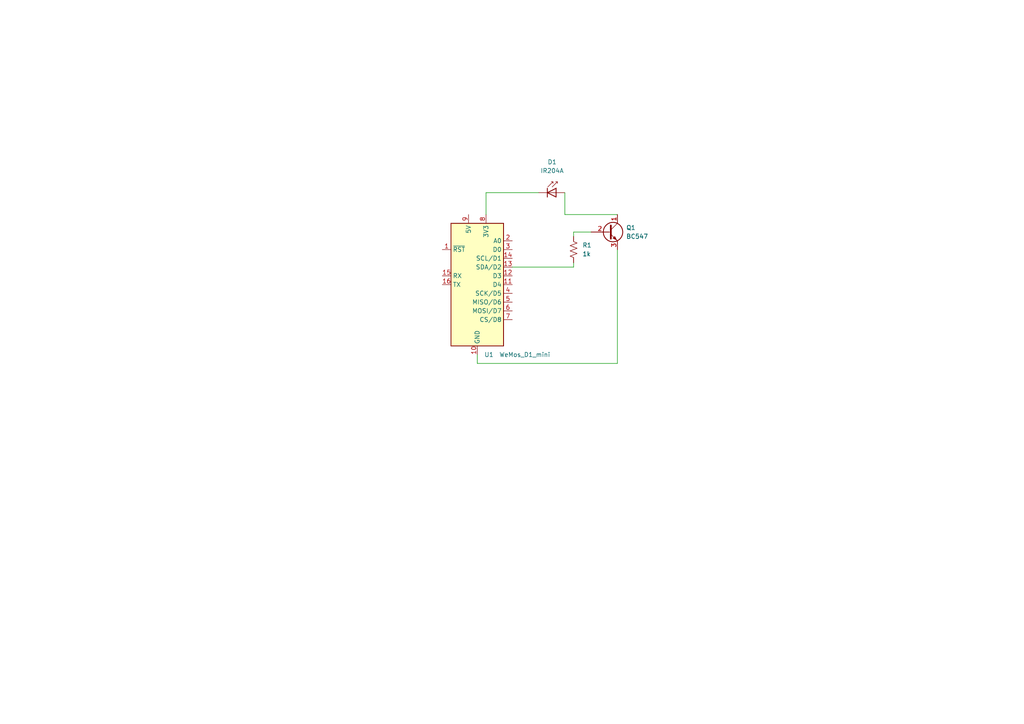
<source format=kicad_sch>
(kicad_sch (version 20211123) (generator eeschema)
  (paper "A4")
  (lib_symbols
    (symbol "Device:R_US" (pin_numbers hide) (pin_names (offset 0))
      (property "Reference" "R" (at 2.54 0 90))
      (property "Value" "R_US" (at -2.54 0 90))
      (symbol "R_US_0_1"
        (polyline (pts (xy 0 -2.286) (xy 0 -2.54)))
        (polyline (pts (xy 0 2.286) (xy 0 2.54)))
        (polyline (pts (xy 0 -0.762) (xy 1.016 -1.143) (xy 0 -1.524) (xy -1.016 -1.905) (xy 0 -2.286)))
        (polyline (pts (xy 0 0.762) (xy 1.016 0.381) (xy 0 0) (xy -1.016 -0.381) (xy 0 -0.762)))
        (polyline (pts (xy 0 2.286) (xy 1.016 1.905) (xy 0 1.524) (xy -1.016 1.143) (xy 0 0.762)))
      )
      (symbol "R_US_1_1"
        (pin passive line (at 0 3.81 270) (length 1.27) (name "~") (number "1"))
        (pin passive line (at 0 -3.81 90) (length 1.27) (name "~") (number "2"))
      )
    )
    (symbol "LED:IR204A" (pin_numbers hide) (pin_names (offset 1.016) hide)
      (property "Reference" "D" (at 0.508 1.778 0))
      (property "Value" "IR204A" (at -1.016 -2.794 0))
      (symbol "IR204A_0_1"
        (polyline (pts (xy -2.54 1.27) (xy -2.54 -1.27)) (stroke (width 0.254)))
        (polyline (pts (xy 0 0) (xy -2.54 0)))
        (polyline (pts (xy 0.381 3.175) (xy -0.127 3.175)))
        (polyline (pts (xy -1.143 1.651) (xy 0.381 3.175) (xy 0.381 2.667)))
        (polyline (pts (xy 0 1.27) (xy -2.54 0) (xy 0 -1.27) (xy 0 1.27)) (stroke (width 0.254)))
        (polyline (pts (xy -2.413 1.651) (xy -0.889 3.175) (xy -0.889 2.667) (xy -0.889 3.175) (xy -1.397 3.175)))
      )
      (symbol "IR204A_1_1"
        (pin passive line (at -5.08 0 0) (length 2.54) (name "K") (number "1"))
        (pin passive line (at 2.54 0 180) (length 2.54) (name "A") (number "2"))
      )
    )
    (symbol "MCU_Module:WeMos_D1_mini"
      (property "Reference" "U" (at 3.81 19.05 0))
      (property "Value" "WeMos_D1_mini" (at 1.27 -19.05 0))
      (symbol "WeMos_D1_mini_1_1"
        (rectangle (start -7.62 17.78) (end 7.62 -17.78) (stroke (width 0.254)) (fill (type background)))
        (pin input line (at -10.16 10.16 0) (length 2.54) (name "~{RST}") (number "1"))
        (pin power_in line (at 0 -20.32 90) (length 2.54) (name "GND") (number "10"))
        (pin bidirectional line (at 10.16 0 180) (length 2.54) (name "D4") (number "11"))
        (pin bidirectional line (at 10.16 2.54 180) (length 2.54) (name "D3") (number "12"))
        (pin bidirectional line (at 10.16 5.08 180) (length 2.54) (name "SDA/D2") (number "13"))
        (pin bidirectional line (at 10.16 7.62 180) (length 2.54) (name "SCL/D1") (number "14"))
        (pin input line (at -10.16 2.54 0) (length 2.54) (name "RX") (number "15"))
        (pin output line (at -10.16 0 0) (length 2.54) (name "TX") (number "16"))
        (pin input line (at 10.16 12.7 180) (length 2.54) (name "A0") (number "2"))
        (pin bidirectional line (at 10.16 10.16 180) (length 2.54) (name "D0") (number "3"))
        (pin bidirectional line (at 10.16 -2.54 180) (length 2.54) (name "SCK/D5") (number "4"))
        (pin bidirectional line (at 10.16 -5.08 180) (length 2.54) (name "MISO/D6") (number "5"))
        (pin bidirectional line (at 10.16 -7.62 180) (length 2.54) (name "MOSI/D7") (number "6"))
        (pin bidirectional line (at 10.16 -10.16 180) (length 2.54) (name "CS/D8") (number "7"))
        (pin power_out line (at 2.54 20.32 270) (length 2.54) (name "3V3") (number "8"))
        (pin power_in line (at -2.54 20.32 270) (length 2.54) (name "5V") (number "9"))
      )
    )
    (symbol "Transistor_BJT:BC547" (pin_names (offset 0) hide)
      (property "Reference" "Q" (at 5.08 1.905 0))
      (property "Value" "BC547" (at 5.08 0 0))
      (symbol "BC547_0_1"
        (polyline (pts (xy 0 0) (xy 0.635 0)))
        (polyline (pts (xy 0.635 0.635) (xy 2.54 2.54)))
        (polyline (pts (xy 0.635 -0.635) (xy 2.54 -2.54) (xy 2.54 -2.54)))
        (polyline (pts (xy 0.635 1.905) (xy 0.635 -1.905) (xy 0.635 -1.905)) (stroke (width 0.508)))
        (polyline (pts (xy 1.27 -1.778) (xy 1.778 -1.27) (xy 2.286 -2.286) (xy 1.27 -1.778) (xy 1.27 -1.778)) (fill (type outline)))
        (circle (center 1.27 0) (radius 2.8194) (stroke (width 0.254)))
      )
      (symbol "BC547_1_1"
        (pin passive line (at 2.54 5.08 270) (length 2.54) (name "C") (number "1"))
        (pin input line (at -5.08 0 0) (length 5.08) (name "B") (number "2"))
        (pin passive line (at 2.54 -5.08 90) (length 2.54) (name "E") (number "3"))
      )
    )
  )
  (wire (pts (xy 138.43 102.87) (xy 138.43 105.41)))
  (wire (pts (xy 166.37 77.47) (xy 148.59 77.47)))
  (wire (pts (xy 179.07 62.23) (xy 163.83 62.23)))
  (wire (pts (xy 179.07 105.41) (xy 138.43 105.41)))
  (wire (pts (xy 156.21 55.88) (xy 140.97 55.88)))
  (wire (pts (xy 171.45 67.31) (xy 166.37 67.31)))
  (wire (pts (xy 140.97 55.88) (xy 140.97 62.23)))
  (wire (pts (xy 179.07 72.39) (xy 179.07 105.41)))
  (wire (pts (xy 163.83 62.23) (xy 163.83 55.88)))
  (wire (pts (xy 166.37 67.31) (xy 166.37 68.58)))
  (wire (pts (xy 166.37 77.47) (xy 166.37 76.2)))
  (symbol (lib_id "Device:R_US") (at 166.37 72.39 0) (unit 1)
    (property "Reference" "R1" (at 168.91 71.1199 0) (effects (justify left)))
    (property "Value" "1k" (at 168.91 73.6599 0) (effects (justify left)))
    (property "Footprint" "Resistor_THT:R_Axial_DIN0204_L3.6mm_D1.6mm_P7.62mm_Horizontal" (effects hide))
  )
  (symbol (lib_id "MCU_Module:WeMos_D1_mini") (at 138.43 82.55 0) (unit 1)
    (property "Reference" "U1" (at 140.4494 102.87 0) (effects (justify left)))
    (property "Value" "WeMos_D1_mini" (at 144.78 102.87 0) (effects (justify left)))
    (property "Footprint" "Module:WEMOS_D1_mini_light" (effects hide))
    (property "Datasheet" "https://wiki.wemos.cc/products:d1:d1_mini#documentation" (effects hide))
  )
  (symbol (lib_id "LED:IR204A") (at 161.29 55.88 0) (unit 1)
    (property "Reference" "D1" (at 160.147 46.99 0))
    (property "Value" "IR204A" (at 160.147 49.53 0))
    (property "Footprint" "LED_THT:LED_D3.0mm_IRBlack" (effects hide))
    (property "Datasheet" "http://www.everlight.com/file/ProductFile/IR204-A.pdf" (effects hide))
  )
  (symbol (lib_id "Transistor_BJT:BC547") (at 176.53 67.31 0) (unit 1)
    (property "Reference" "Q1" (at 181.61 66.0399 0) (effects (justify left)))
    (property "Value" "BC547" (at 181.61 68.5799 0) (effects (justify left)))
    (property "Footprint" "Package_TO_SOT_THT:TO-92_Inline" (effects hide))
    (property "Datasheet" "https://www.onsemi.com/pub/Collateral/BC550-D.pdf" (effects hide))
  )
)
</source>
